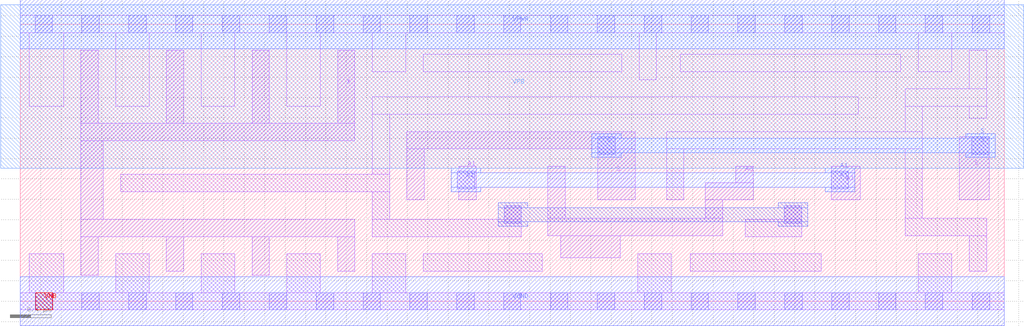
<source format=lef>
# Copyright 2020 The SkyWater PDK Authors
#
# Licensed under the Apache License, Version 2.0 (the "License");
# you may not use this file except in compliance with the License.
# You may obtain a copy of the License at
#
#     https://www.apache.org/licenses/LICENSE-2.0
#
# Unless required by applicable law or agreed to in writing, software
# distributed under the License is distributed on an "AS IS" BASIS,
# WITHOUT WARRANTIES OR CONDITIONS OF ANY KIND, either express or implied.
# See the License for the specific language governing permissions and
# limitations under the License.
#
# SPDX-License-Identifier: Apache-2.0

VERSION 5.7 ;
  NOWIREEXTENSIONATPIN ON ;
  DIVIDERCHAR "/" ;
  BUSBITCHARS "[]" ;
MACRO sky130_fd_sc_hd__mux2_8
  CLASS CORE ;
  FOREIGN sky130_fd_sc_hd__mux2_8 ;
  ORIGIN  0.000000  0.000000 ;
  SIZE  9.660000 BY  2.720000 ;
  SYMMETRY X Y R90 ;
  SITE unithd ;
  PIN A0
    ANTENNAGATEAREA  0.492000 ;
    DIRECTION INPUT ;
    USE SIGNAL ;
    PORT
      LAYER li1 ;
        RECT 5.180000 0.645000 6.895000 0.815000 ;
        RECT 5.180000 0.815000 5.350000 1.325000 ;
        RECT 5.305000 0.425000 5.890000 0.645000 ;
        RECT 6.725000 0.815000 6.895000 0.995000 ;
        RECT 6.725000 0.995000 7.195000 1.165000 ;
        RECT 7.025000 1.165000 7.195000 1.325000 ;
    END
  END A0
  PIN A1
    ANTENNAGATEAREA  0.492000 ;
    DIRECTION INPUT ;
    USE SIGNAL ;
    PORT
      LAYER li1 ;
        RECT 4.290000 1.105000 4.475000 1.275000 ;
        RECT 4.305000 0.995000 4.475000 1.105000 ;
        RECT 4.305000 1.275000 4.475000 1.325000 ;
      LAYER mcon ;
        RECT 4.290000 1.105000 4.460000 1.275000 ;
    END
    PORT
      LAYER li1 ;
        RECT 7.960000 0.995000 8.245000 1.325000 ;
      LAYER mcon ;
        RECT 7.960000 1.105000 8.130000 1.275000 ;
    END
    PORT
      LAYER met1 ;
        RECT 4.230000 1.075000 4.520000 1.120000 ;
        RECT 4.230000 1.120000 8.190000 1.260000 ;
        RECT 4.230000 1.260000 4.520000 1.305000 ;
        RECT 7.900000 1.075000 8.190000 1.120000 ;
        RECT 7.900000 1.260000 8.190000 1.305000 ;
    END
  END A1
  PIN S
    ANTENNAGATEAREA  0.739500 ;
    DIRECTION INPUT ;
    USE SIGNAL ;
    PORT
      LAYER li1 ;
        RECT 3.795000 0.995000 3.965000 1.495000 ;
        RECT 3.795000 1.495000 6.035000 1.665000 ;
        RECT 5.670000 0.995000 6.035000 1.495000 ;
      LAYER mcon ;
        RECT 5.670000 1.445000 5.840000 1.615000 ;
    END
    PORT
      LAYER li1 ;
        RECT 9.215000 0.995000 9.510000 1.615000 ;
      LAYER mcon ;
        RECT 9.340000 1.445000 9.510000 1.615000 ;
    END
    PORT
      LAYER met1 ;
        RECT 5.610000 1.415000 5.900000 1.460000 ;
        RECT 5.610000 1.460000 9.570000 1.600000 ;
        RECT 5.610000 1.600000 5.900000 1.645000 ;
        RECT 9.280000 1.415000 9.570000 1.460000 ;
        RECT 9.280000 1.600000 9.570000 1.645000 ;
    END
  END S
  PIN X
    ANTENNADIFFAREA  1.782000 ;
    DIRECTION OUTPUT ;
    USE SIGNAL ;
    PORT
      LAYER li1 ;
        RECT 0.595000 0.255000 0.765000 0.635000 ;
        RECT 0.595000 0.635000 3.285000 0.805000 ;
        RECT 0.595000 0.805000 0.815000 1.575000 ;
        RECT 0.595000 1.575000 3.285000 1.745000 ;
        RECT 0.595000 1.745000 0.765000 2.465000 ;
        RECT 1.435000 0.295000 1.605000 0.635000 ;
        RECT 1.435000 1.745000 1.605000 2.465000 ;
        RECT 2.275000 0.255000 2.445000 0.635000 ;
        RECT 2.275000 1.745000 2.445000 2.465000 ;
        RECT 3.115000 0.295000 3.285000 0.635000 ;
        RECT 3.115000 1.745000 3.285000 2.465000 ;
    END
  END X
  PIN VGND
    DIRECTION INOUT ;
    SHAPE ABUTMENT ;
    USE GROUND ;
    PORT
      LAYER met1 ;
        RECT 0.000000 -0.240000 9.660000 0.240000 ;
    END
  END VGND
  PIN VNB
    DIRECTION INOUT ;
    USE GROUND ;
    PORT
      LAYER pwell ;
        RECT 0.150000 -0.085000 0.320000 0.085000 ;
    END
  END VNB
  PIN VPB
    DIRECTION INOUT ;
    USE POWER ;
    PORT
      LAYER nwell ;
        RECT -0.190000 1.305000 9.850000 2.910000 ;
    END
  END VPB
  PIN VPWR
    DIRECTION INOUT ;
    SHAPE ABUTMENT ;
    USE POWER ;
    PORT
      LAYER met1 ;
        RECT 0.000000 2.480000 9.660000 2.960000 ;
    END
  END VPWR
  OBS
    LAYER li1 ;
      RECT 0.000000 -0.085000 9.660000 0.085000 ;
      RECT 0.000000  2.635000 9.660000 2.805000 ;
      RECT 0.090000  0.085000 0.425000 0.465000 ;
      RECT 0.090000  1.915000 0.425000 2.635000 ;
      RECT 0.935000  0.085000 1.265000 0.465000 ;
      RECT 0.935000  1.915000 1.265000 2.635000 ;
      RECT 0.985000  1.075000 3.625000 1.245000 ;
      RECT 1.775000  0.085000 2.105000 0.465000 ;
      RECT 1.775000  1.915000 2.105000 2.635000 ;
      RECT 2.615000  0.085000 2.945000 0.465000 ;
      RECT 2.615000  1.915000 2.945000 2.635000 ;
      RECT 3.455000  0.085000 3.785000 0.465000 ;
      RECT 3.455000  0.635000 4.920000 0.805000 ;
      RECT 3.455000  0.805000 3.625000 1.075000 ;
      RECT 3.455000  1.245000 3.625000 1.835000 ;
      RECT 3.455000  1.835000 8.225000 2.005000 ;
      RECT 3.455000  2.255000 3.785000 2.635000 ;
      RECT 3.955000  0.295000 5.125000 0.465000 ;
      RECT 3.955000  2.255000 5.905000 2.425000 ;
      RECT 4.750000  0.805000 4.920000 0.935000 ;
      RECT 6.060000  0.085000 6.390000 0.465000 ;
      RECT 6.075000  2.175000 6.245000 2.635000 ;
      RECT 6.345000  0.995000 6.515000 1.495000 ;
      RECT 6.345000  1.495000 8.855000 1.665000 ;
      RECT 6.480000  2.255000 8.645000 2.425000 ;
      RECT 6.575000  0.295000 7.865000 0.465000 ;
      RECT 7.115000  0.635000 7.670000 0.805000 ;
      RECT 7.500000  0.805000 7.670000 0.935000 ;
      RECT 8.685000  0.645000 9.485000 0.815000 ;
      RECT 8.685000  0.815000 8.855000 1.495000 ;
      RECT 8.685000  1.665000 8.855000 1.915000 ;
      RECT 8.685000  1.915000 9.485000 2.085000 ;
      RECT 8.815000  0.085000 9.145000 0.465000 ;
      RECT 8.815000  2.255000 9.145000 2.635000 ;
      RECT 9.315000  0.295000 9.485000 0.645000 ;
      RECT 9.315000  1.795000 9.485000 1.915000 ;
      RECT 9.315000  2.085000 9.485000 2.465000 ;
    LAYER mcon ;
      RECT 0.145000 -0.085000 0.315000 0.085000 ;
      RECT 0.145000  2.635000 0.315000 2.805000 ;
      RECT 0.605000 -0.085000 0.775000 0.085000 ;
      RECT 0.605000  2.635000 0.775000 2.805000 ;
      RECT 1.065000 -0.085000 1.235000 0.085000 ;
      RECT 1.065000  2.635000 1.235000 2.805000 ;
      RECT 1.525000 -0.085000 1.695000 0.085000 ;
      RECT 1.525000  2.635000 1.695000 2.805000 ;
      RECT 1.985000 -0.085000 2.155000 0.085000 ;
      RECT 1.985000  2.635000 2.155000 2.805000 ;
      RECT 2.445000 -0.085000 2.615000 0.085000 ;
      RECT 2.445000  2.635000 2.615000 2.805000 ;
      RECT 2.905000 -0.085000 3.075000 0.085000 ;
      RECT 2.905000  2.635000 3.075000 2.805000 ;
      RECT 3.365000 -0.085000 3.535000 0.085000 ;
      RECT 3.365000  2.635000 3.535000 2.805000 ;
      RECT 3.825000 -0.085000 3.995000 0.085000 ;
      RECT 3.825000  2.635000 3.995000 2.805000 ;
      RECT 4.285000 -0.085000 4.455000 0.085000 ;
      RECT 4.285000  2.635000 4.455000 2.805000 ;
      RECT 4.745000 -0.085000 4.915000 0.085000 ;
      RECT 4.745000  2.635000 4.915000 2.805000 ;
      RECT 4.750000  0.765000 4.920000 0.935000 ;
      RECT 5.205000 -0.085000 5.375000 0.085000 ;
      RECT 5.205000  2.635000 5.375000 2.805000 ;
      RECT 5.665000 -0.085000 5.835000 0.085000 ;
      RECT 5.665000  2.635000 5.835000 2.805000 ;
      RECT 6.125000 -0.085000 6.295000 0.085000 ;
      RECT 6.125000  2.635000 6.295000 2.805000 ;
      RECT 6.585000 -0.085000 6.755000 0.085000 ;
      RECT 6.585000  2.635000 6.755000 2.805000 ;
      RECT 7.045000 -0.085000 7.215000 0.085000 ;
      RECT 7.045000  2.635000 7.215000 2.805000 ;
      RECT 7.500000  0.765000 7.670000 0.935000 ;
      RECT 7.505000 -0.085000 7.675000 0.085000 ;
      RECT 7.505000  2.635000 7.675000 2.805000 ;
      RECT 7.965000 -0.085000 8.135000 0.085000 ;
      RECT 7.965000  2.635000 8.135000 2.805000 ;
      RECT 8.425000 -0.085000 8.595000 0.085000 ;
      RECT 8.425000  2.635000 8.595000 2.805000 ;
      RECT 8.885000 -0.085000 9.055000 0.085000 ;
      RECT 8.885000  2.635000 9.055000 2.805000 ;
      RECT 9.345000 -0.085000 9.515000 0.085000 ;
      RECT 9.345000  2.635000 9.515000 2.805000 ;
    LAYER met1 ;
      RECT 4.690000 0.735000 4.980000 0.780000 ;
      RECT 4.690000 0.780000 7.730000 0.920000 ;
      RECT 4.690000 0.920000 4.980000 0.965000 ;
      RECT 7.440000 0.735000 7.730000 0.780000 ;
      RECT 7.440000 0.920000 7.730000 0.965000 ;
  END
END sky130_fd_sc_hd__mux2_8
END LIBRARY

</source>
